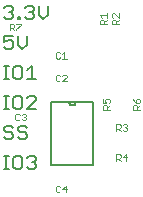
<source format=gtl>
G75*
%MOIN*%
%OFA0B0*%
%FSLAX25Y25*%
%IPPOS*%
%LPD*%
%AMOC8*
5,1,8,0,0,1.08239X$1,22.5*
%
%ADD10C,0.00200*%
%ADD11C,0.00500*%
D10*
X0033950Y0031320D02*
X0034311Y0030959D01*
X0035032Y0030959D01*
X0035393Y0031320D01*
X0036125Y0031320D02*
X0036486Y0030959D01*
X0037208Y0030959D01*
X0037568Y0031320D01*
X0037568Y0031680D01*
X0037208Y0032041D01*
X0036847Y0032041D01*
X0037208Y0032041D02*
X0037568Y0032402D01*
X0037568Y0032762D01*
X0037208Y0033123D01*
X0036486Y0033123D01*
X0036125Y0032762D01*
X0035393Y0032762D02*
X0035032Y0033123D01*
X0034311Y0033123D01*
X0033950Y0032762D01*
X0033950Y0031320D01*
X0047450Y0044320D02*
X0047811Y0043959D01*
X0048532Y0043959D01*
X0048893Y0044320D01*
X0049625Y0043959D02*
X0051068Y0045402D01*
X0051068Y0045762D01*
X0050708Y0046123D01*
X0049986Y0046123D01*
X0049625Y0045762D01*
X0048893Y0045762D02*
X0048532Y0046123D01*
X0047811Y0046123D01*
X0047450Y0045762D01*
X0047450Y0044320D01*
X0049625Y0043959D02*
X0051068Y0043959D01*
X0051068Y0051459D02*
X0049625Y0051459D01*
X0050347Y0051459D02*
X0050347Y0053623D01*
X0049625Y0052902D01*
X0048893Y0053262D02*
X0048532Y0053623D01*
X0047811Y0053623D01*
X0047450Y0053262D01*
X0047450Y0051820D01*
X0047811Y0051459D01*
X0048532Y0051459D01*
X0048893Y0051820D01*
X0035718Y0062703D02*
X0034275Y0061261D01*
X0034275Y0060900D01*
X0033543Y0060900D02*
X0032821Y0061621D01*
X0033182Y0061621D02*
X0032100Y0061621D01*
X0032100Y0060900D02*
X0032100Y0063064D01*
X0033182Y0063064D01*
X0033543Y0062703D01*
X0033543Y0061982D01*
X0033182Y0061621D01*
X0034275Y0063064D02*
X0035718Y0063064D01*
X0035718Y0062703D01*
X0062236Y0062900D02*
X0062236Y0063982D01*
X0062597Y0064343D01*
X0063318Y0064343D01*
X0063679Y0063982D01*
X0063679Y0062900D01*
X0064400Y0062900D02*
X0062236Y0062900D01*
X0063679Y0063621D02*
X0064400Y0064343D01*
X0064400Y0065075D02*
X0064400Y0066518D01*
X0064400Y0065796D02*
X0062236Y0065796D01*
X0062957Y0065075D01*
X0066236Y0065436D02*
X0066597Y0065075D01*
X0066236Y0065436D02*
X0066236Y0066157D01*
X0066597Y0066518D01*
X0066957Y0066518D01*
X0068400Y0065075D01*
X0068400Y0066518D01*
X0068400Y0064343D02*
X0067679Y0063621D01*
X0067679Y0063982D02*
X0067679Y0062900D01*
X0068400Y0062900D02*
X0066236Y0062900D01*
X0066236Y0063982D01*
X0066597Y0064343D01*
X0067318Y0064343D01*
X0067679Y0063982D01*
X0065039Y0038018D02*
X0064318Y0038018D01*
X0063957Y0037657D01*
X0063957Y0037296D01*
X0064318Y0036575D01*
X0063236Y0036575D01*
X0063236Y0038018D01*
X0065039Y0038018D02*
X0065400Y0037657D01*
X0065400Y0036936D01*
X0065039Y0036575D01*
X0065400Y0035843D02*
X0064679Y0035121D01*
X0064679Y0035482D02*
X0064318Y0035843D01*
X0063597Y0035843D01*
X0063236Y0035482D01*
X0063236Y0034400D01*
X0065400Y0034400D01*
X0064679Y0034400D02*
X0064679Y0035482D01*
X0067600Y0029564D02*
X0068682Y0029564D01*
X0069043Y0029203D01*
X0069043Y0028482D01*
X0068682Y0028121D01*
X0067600Y0028121D01*
X0067600Y0027400D02*
X0067600Y0029564D01*
X0068321Y0028121D02*
X0069043Y0027400D01*
X0069775Y0027761D02*
X0070136Y0027400D01*
X0070857Y0027400D01*
X0071218Y0027761D01*
X0071218Y0028121D01*
X0070857Y0028482D01*
X0070496Y0028482D01*
X0070857Y0028482D02*
X0071218Y0028843D01*
X0071218Y0029203D01*
X0070857Y0029564D01*
X0070136Y0029564D01*
X0069775Y0029203D01*
X0073236Y0034400D02*
X0073236Y0035482D01*
X0073597Y0035843D01*
X0074318Y0035843D01*
X0074679Y0035482D01*
X0074679Y0034400D01*
X0075400Y0034400D02*
X0073236Y0034400D01*
X0074679Y0035121D02*
X0075400Y0035843D01*
X0075039Y0036575D02*
X0074318Y0036575D01*
X0074318Y0037657D01*
X0074679Y0038018D01*
X0075039Y0038018D01*
X0075400Y0037657D01*
X0075400Y0036936D01*
X0075039Y0036575D01*
X0074318Y0036575D02*
X0073597Y0037296D01*
X0073236Y0038018D01*
X0070857Y0019564D02*
X0069775Y0018482D01*
X0071218Y0018482D01*
X0070857Y0017400D02*
X0070857Y0019564D01*
X0069043Y0019203D02*
X0069043Y0018482D01*
X0068682Y0018121D01*
X0067600Y0018121D01*
X0067600Y0017400D02*
X0067600Y0019564D01*
X0068682Y0019564D01*
X0069043Y0019203D01*
X0068321Y0018121D02*
X0069043Y0017400D01*
X0051068Y0008041D02*
X0049625Y0008041D01*
X0050708Y0009123D01*
X0050708Y0006959D01*
X0048893Y0007320D02*
X0048532Y0006959D01*
X0047811Y0006959D01*
X0047450Y0007320D01*
X0047450Y0008762D01*
X0047811Y0009123D01*
X0048532Y0009123D01*
X0048893Y0008762D01*
D11*
X0031751Y0014550D02*
X0030250Y0014550D01*
X0031001Y0014550D02*
X0031001Y0019054D01*
X0031751Y0019054D02*
X0030250Y0019054D01*
X0033319Y0018303D02*
X0033319Y0015301D01*
X0034070Y0014550D01*
X0035571Y0014550D01*
X0036322Y0015301D01*
X0036322Y0018303D01*
X0035571Y0019054D01*
X0034070Y0019054D01*
X0033319Y0018303D01*
X0037923Y0018303D02*
X0038674Y0019054D01*
X0040175Y0019054D01*
X0040926Y0018303D01*
X0040926Y0017553D01*
X0040175Y0016802D01*
X0040926Y0016051D01*
X0040926Y0015301D01*
X0040175Y0014550D01*
X0038674Y0014550D01*
X0037923Y0015301D01*
X0039424Y0016802D02*
X0040175Y0016802D01*
X0046000Y0015800D02*
X0046000Y0036800D01*
X0052000Y0036800D01*
X0054000Y0036800D01*
X0060000Y0036800D01*
X0060000Y0015800D01*
X0046000Y0015800D01*
X0037106Y0024550D02*
X0035605Y0024550D01*
X0034854Y0025301D01*
X0033253Y0025301D02*
X0033253Y0026051D01*
X0032502Y0026802D01*
X0031001Y0026802D01*
X0030250Y0027553D01*
X0030250Y0028303D01*
X0031001Y0029054D01*
X0032502Y0029054D01*
X0033253Y0028303D01*
X0034854Y0028303D02*
X0034854Y0027553D01*
X0035605Y0026802D01*
X0037106Y0026802D01*
X0037856Y0026051D01*
X0037856Y0025301D01*
X0037106Y0024550D01*
X0033253Y0025301D02*
X0032502Y0024550D01*
X0031001Y0024550D01*
X0030250Y0025301D01*
X0034854Y0028303D02*
X0035605Y0029054D01*
X0037106Y0029054D01*
X0037856Y0028303D01*
X0037923Y0034550D02*
X0040926Y0037553D01*
X0040926Y0038303D01*
X0040175Y0039054D01*
X0038674Y0039054D01*
X0037923Y0038303D01*
X0036322Y0038303D02*
X0035571Y0039054D01*
X0034070Y0039054D01*
X0033319Y0038303D01*
X0033319Y0035301D01*
X0034070Y0034550D01*
X0035571Y0034550D01*
X0036322Y0035301D01*
X0036322Y0038303D01*
X0031751Y0039054D02*
X0030250Y0039054D01*
X0031001Y0039054D02*
X0031001Y0034550D01*
X0031751Y0034550D02*
X0030250Y0034550D01*
X0037923Y0034550D02*
X0040926Y0034550D01*
X0052000Y0036800D02*
X0052002Y0036738D01*
X0052008Y0036677D01*
X0052017Y0036616D01*
X0052030Y0036556D01*
X0052047Y0036497D01*
X0052068Y0036439D01*
X0052092Y0036382D01*
X0052119Y0036327D01*
X0052150Y0036274D01*
X0052184Y0036222D01*
X0052221Y0036173D01*
X0052261Y0036126D01*
X0052304Y0036082D01*
X0052349Y0036041D01*
X0052397Y0036002D01*
X0052448Y0035966D01*
X0052500Y0035934D01*
X0052554Y0035905D01*
X0052610Y0035879D01*
X0052668Y0035857D01*
X0052726Y0035838D01*
X0052786Y0035823D01*
X0052847Y0035812D01*
X0052908Y0035804D01*
X0052969Y0035800D01*
X0053031Y0035800D01*
X0053092Y0035804D01*
X0053153Y0035812D01*
X0053214Y0035823D01*
X0053274Y0035838D01*
X0053332Y0035857D01*
X0053390Y0035879D01*
X0053446Y0035905D01*
X0053500Y0035934D01*
X0053552Y0035966D01*
X0053603Y0036002D01*
X0053651Y0036041D01*
X0053696Y0036082D01*
X0053739Y0036126D01*
X0053779Y0036173D01*
X0053816Y0036222D01*
X0053850Y0036274D01*
X0053881Y0036327D01*
X0053908Y0036382D01*
X0053932Y0036439D01*
X0053953Y0036497D01*
X0053970Y0036556D01*
X0053983Y0036616D01*
X0053992Y0036677D01*
X0053998Y0036738D01*
X0054000Y0036800D01*
X0040926Y0044550D02*
X0037923Y0044550D01*
X0039424Y0044550D02*
X0039424Y0049054D01*
X0037923Y0047553D01*
X0036322Y0048303D02*
X0035571Y0049054D01*
X0034070Y0049054D01*
X0033319Y0048303D01*
X0033319Y0045301D01*
X0034070Y0044550D01*
X0035571Y0044550D01*
X0036322Y0045301D01*
X0036322Y0048303D01*
X0031751Y0049054D02*
X0030250Y0049054D01*
X0031001Y0049054D02*
X0031001Y0044550D01*
X0031751Y0044550D02*
X0030250Y0044550D01*
X0031001Y0054550D02*
X0030250Y0055301D01*
X0031001Y0054550D02*
X0032502Y0054550D01*
X0033253Y0055301D01*
X0033253Y0056802D01*
X0032502Y0057553D01*
X0031751Y0057553D01*
X0030250Y0056802D01*
X0030250Y0059054D01*
X0033253Y0059054D01*
X0034854Y0059054D02*
X0034854Y0056051D01*
X0036355Y0054550D01*
X0037856Y0056051D01*
X0037856Y0059054D01*
X0037907Y0064550D02*
X0037156Y0065301D01*
X0037907Y0064550D02*
X0039408Y0064550D01*
X0040158Y0065301D01*
X0040158Y0066051D01*
X0039408Y0066802D01*
X0038657Y0066802D01*
X0039408Y0066802D02*
X0040158Y0067553D01*
X0040158Y0068303D01*
X0039408Y0069054D01*
X0037907Y0069054D01*
X0037156Y0068303D01*
X0035605Y0065301D02*
X0034854Y0065301D01*
X0034854Y0064550D01*
X0035605Y0064550D01*
X0035605Y0065301D01*
X0033253Y0065301D02*
X0032502Y0064550D01*
X0031001Y0064550D01*
X0030250Y0065301D01*
X0031751Y0066802D02*
X0032502Y0066802D01*
X0033253Y0066051D01*
X0033253Y0065301D01*
X0032502Y0066802D02*
X0033253Y0067553D01*
X0033253Y0068303D01*
X0032502Y0069054D01*
X0031001Y0069054D01*
X0030250Y0068303D01*
X0041760Y0069054D02*
X0041760Y0066051D01*
X0043261Y0064550D01*
X0044762Y0066051D01*
X0044762Y0069054D01*
M02*

</source>
